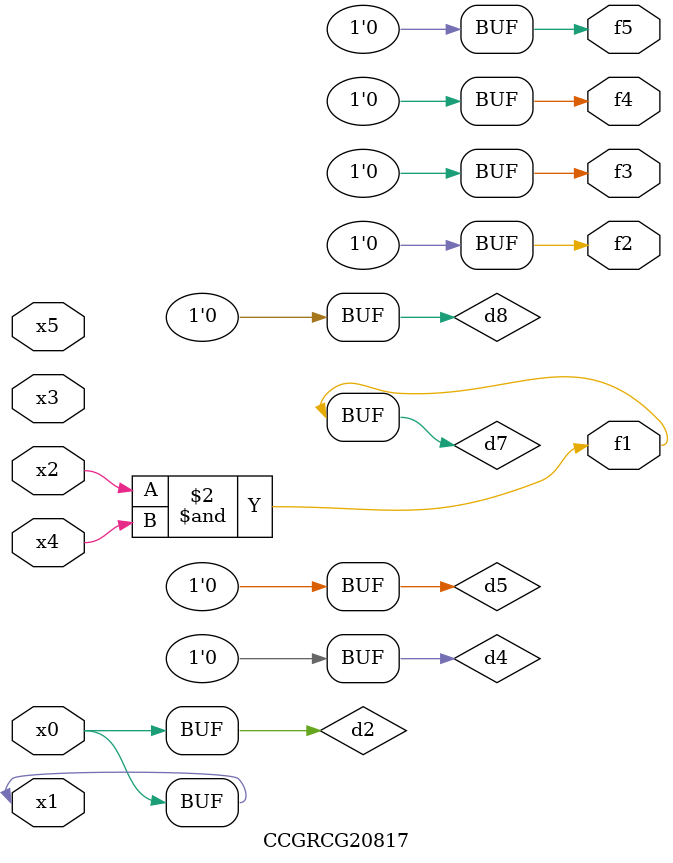
<source format=v>
module CCGRCG20817(
	input x0, x1, x2, x3, x4, x5,
	output f1, f2, f3, f4, f5
);

	wire d1, d2, d3, d4, d5, d6, d7, d8, d9;

	nand (d1, x1);
	buf (d2, x0, x1);
	nand (d3, x2, x4);
	and (d4, d1, d2);
	and (d5, d1, d2);
	nand (d6, d1, d3);
	not (d7, d3);
	xor (d8, d5);
	nor (d9, d5, d6);
	assign f1 = d7;
	assign f2 = d8;
	assign f3 = d8;
	assign f4 = d8;
	assign f5 = d8;
endmodule

</source>
